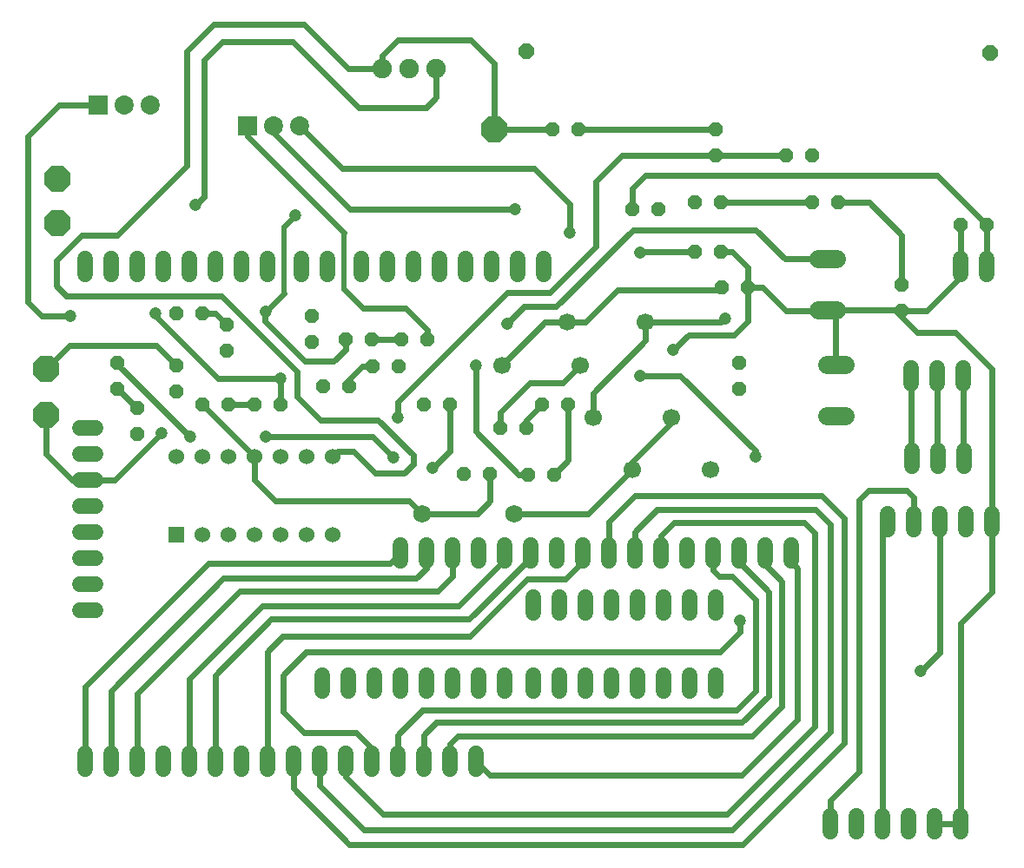
<source format=gbr>
G04 EAGLE Gerber RS-274X export*
G75*
%MOMM*%
%FSLAX34Y34*%
%LPD*%
%INBottom Copper*%
%IPPOS*%
%AMOC8*
5,1,8,0,0,1.08239X$1,22.5*%
G01*
%ADD10P,1.429621X8X112.500000*%
%ADD11P,1.429621X8X22.500000*%
%ADD12C,1.700000*%
%ADD13P,1.429621X8X292.500000*%
%ADD14P,1.429621X8X202.500000*%
%ADD15P,2.763017X8X22.500000*%
%ADD16C,1.905000*%
%ADD17R,1.524000X1.524000*%
%ADD18C,1.524000*%
%ADD19R,1.860000X1.860000*%
%ADD20C,1.860000*%
%ADD21C,1.790700*%
%ADD22C,1.524000*%
%ADD23C,1.725000*%
%ADD24P,1.649562X8X22.500000*%
%ADD25C,0.609600*%
%ADD26C,1.206400*%
%ADD27C,0.508000*%


D10*
X885190Y548640D03*
X885190Y574040D03*
D11*
X709930Y571500D03*
X735330Y571500D03*
X458470Y388874D03*
X483870Y388874D03*
X520700Y388620D03*
X546100Y388620D03*
X683260Y654050D03*
X708660Y654050D03*
X683260Y605790D03*
X708660Y605790D03*
X797560Y654050D03*
X822960Y654050D03*
X942340Y632460D03*
X967740Y632460D03*
D12*
X635254Y537210D03*
X559054Y537210D03*
X495300Y495300D03*
X571500Y495300D03*
X584200Y444500D03*
X660400Y444500D03*
X622300Y393700D03*
X698500Y393700D03*
D13*
X726694Y497586D03*
X726694Y472186D03*
D10*
X120650Y472440D03*
X120650Y497840D03*
D14*
X519430Y434340D03*
X494030Y434340D03*
D11*
X397510Y520700D03*
X422910Y520700D03*
D14*
X203200Y546100D03*
X177800Y546100D03*
D10*
X309880Y518160D03*
X309880Y543560D03*
D13*
X177800Y495300D03*
X177800Y469900D03*
D11*
X254000Y457200D03*
X279400Y457200D03*
D10*
X703580Y699770D03*
X703580Y725170D03*
D11*
X772160Y699770D03*
X797560Y699770D03*
X419100Y457200D03*
X444500Y457200D03*
X369570Y494030D03*
X394970Y494030D03*
D15*
X50800Y447040D03*
X62230Y676910D03*
X50800Y491490D03*
X62230Y633730D03*
X487680Y725170D03*
D16*
X378460Y784860D03*
X404876Y784860D03*
X431292Y784860D03*
D17*
X177800Y330200D03*
D18*
X203200Y330200D03*
X228600Y330200D03*
X254000Y330200D03*
X279400Y330200D03*
X304800Y330200D03*
X330200Y330200D03*
X330200Y406400D03*
X304800Y406400D03*
X279400Y406400D03*
X254000Y406400D03*
X228600Y406400D03*
X203200Y406400D03*
X177800Y406400D03*
D19*
X101600Y749300D03*
D20*
X127000Y749300D03*
X152400Y749300D03*
D19*
X247650Y728980D03*
D20*
X273050Y728980D03*
X298450Y728980D03*
D21*
X811975Y446170D02*
X829882Y446170D01*
X829882Y496170D02*
X811975Y496170D01*
X803847Y599040D02*
X821754Y599040D01*
X821754Y549040D02*
X803847Y549040D01*
D22*
X944880Y492760D02*
X944880Y477520D01*
X919480Y477520D02*
X919480Y492760D01*
X894080Y492760D02*
X894080Y477520D01*
X967740Y584200D02*
X967740Y599440D01*
X942340Y599440D02*
X942340Y584200D01*
X525780Y193040D02*
X525780Y177800D01*
X551180Y177800D02*
X551180Y193040D01*
X576580Y193040D02*
X576580Y177800D01*
X601980Y177800D02*
X601980Y193040D01*
X627380Y193040D02*
X627380Y177800D01*
X652780Y177800D02*
X652780Y193040D01*
X678180Y193040D02*
X678180Y177800D01*
X703580Y177800D02*
X703580Y193040D01*
X525780Y254000D02*
X525780Y269240D01*
X551180Y269240D02*
X551180Y254000D01*
X576580Y254000D02*
X576580Y269240D01*
X601980Y269240D02*
X601980Y254000D01*
X627380Y254000D02*
X627380Y269240D01*
X652780Y269240D02*
X652780Y254000D01*
X678180Y254000D02*
X678180Y269240D01*
X703580Y269240D02*
X703580Y254000D01*
X535940Y584200D02*
X535940Y599440D01*
X510540Y599440D02*
X510540Y584200D01*
X485140Y584200D02*
X485140Y599440D01*
X459740Y599440D02*
X459740Y584200D01*
X434340Y584200D02*
X434340Y599440D01*
X408940Y599440D02*
X408940Y584200D01*
X383540Y584200D02*
X383540Y599440D01*
X358140Y599440D02*
X358140Y584200D01*
X320040Y193040D02*
X320040Y177800D01*
X345440Y177800D02*
X345440Y193040D01*
X370840Y193040D02*
X370840Y177800D01*
X396240Y177800D02*
X396240Y193040D01*
X421640Y193040D02*
X421640Y177800D01*
X447040Y177800D02*
X447040Y193040D01*
X472440Y193040D02*
X472440Y177800D01*
X497840Y177800D02*
X497840Y193040D01*
X99060Y256540D02*
X83820Y256540D01*
X83820Y281940D02*
X99060Y281940D01*
X99060Y307340D02*
X83820Y307340D01*
X83820Y332740D02*
X99060Y332740D01*
X99060Y358140D02*
X83820Y358140D01*
X83820Y383540D02*
X99060Y383540D01*
X99060Y408940D02*
X83820Y408940D01*
X83820Y434340D02*
X99060Y434340D01*
X88900Y584200D02*
X88900Y599440D01*
X114300Y599440D02*
X114300Y584200D01*
X139700Y584200D02*
X139700Y599440D01*
X165100Y599440D02*
X165100Y584200D01*
X190500Y584200D02*
X190500Y599440D01*
X215900Y599440D02*
X215900Y584200D01*
X241300Y584200D02*
X241300Y599440D01*
X266700Y599440D02*
X266700Y584200D01*
X266700Y116840D02*
X266700Y101600D01*
X241300Y101600D02*
X241300Y116840D01*
X215900Y116840D02*
X215900Y101600D01*
X190500Y101600D02*
X190500Y116840D01*
X165100Y116840D02*
X165100Y101600D01*
X139700Y101600D02*
X139700Y116840D01*
X114300Y116840D02*
X114300Y101600D01*
X88900Y101600D02*
X88900Y116840D01*
X469900Y116840D02*
X469900Y101600D01*
X444500Y101600D02*
X444500Y116840D01*
X419100Y116840D02*
X419100Y101600D01*
X393700Y101600D02*
X393700Y116840D01*
X368300Y116840D02*
X368300Y101600D01*
X342900Y101600D02*
X342900Y116840D01*
X317500Y116840D02*
X317500Y101600D01*
X292100Y101600D02*
X292100Y116840D01*
X325120Y584200D02*
X325120Y599440D01*
X299720Y599440D02*
X299720Y584200D01*
X815340Y55880D02*
X815340Y40640D01*
X840740Y40640D02*
X840740Y55880D01*
X866140Y55880D02*
X866140Y40640D01*
X891540Y40640D02*
X891540Y55880D01*
X916940Y55880D02*
X916940Y40640D01*
X942340Y40640D02*
X942340Y55880D01*
X396240Y304800D02*
X396240Y320040D01*
X421640Y320040D02*
X421640Y304800D01*
X447040Y304800D02*
X447040Y320040D01*
X472440Y320040D02*
X472440Y304800D01*
X497840Y304800D02*
X497840Y320040D01*
X523240Y320040D02*
X523240Y304800D01*
X548640Y304800D02*
X548640Y320040D01*
X574040Y320040D02*
X574040Y304800D01*
X599440Y304800D02*
X599440Y320040D01*
X624840Y320040D02*
X624840Y304800D01*
X650240Y304800D02*
X650240Y320040D01*
X675640Y320040D02*
X675640Y304800D01*
X701040Y304800D02*
X701040Y320040D01*
X726440Y320040D02*
X726440Y304800D01*
X751840Y304800D02*
X751840Y320040D01*
X777240Y320040D02*
X777240Y304800D01*
X895350Y396494D02*
X895350Y411734D01*
X920750Y411734D02*
X920750Y396494D01*
X946150Y396494D02*
X946150Y411734D01*
D11*
X321310Y474980D03*
X346710Y474980D03*
D14*
X570230Y725170D03*
X544830Y725170D03*
D11*
X203200Y457200D03*
X228600Y457200D03*
D10*
X227330Y509270D03*
X227330Y534670D03*
X139700Y427990D03*
X139700Y453390D03*
D14*
X560070Y457200D03*
X534670Y457200D03*
D11*
X622300Y647700D03*
X647700Y647700D03*
X342900Y520700D03*
X368300Y520700D03*
D23*
X507280Y350520D03*
X417280Y350520D03*
D22*
X871220Y350520D02*
X871220Y335280D01*
X896620Y335280D02*
X896620Y350520D01*
X922020Y350520D02*
X922020Y335280D01*
X947420Y335280D02*
X947420Y350520D01*
X972820Y350520D02*
X972820Y335280D01*
D24*
X519176Y801370D03*
X971296Y800100D03*
D25*
X972820Y342900D02*
X972820Y274320D01*
X942340Y243840D01*
X942340Y48260D01*
X909320Y548640D02*
X885190Y548640D01*
X942340Y581660D02*
X942340Y591820D01*
X942340Y581660D02*
X909320Y548640D01*
X942340Y591820D02*
X942340Y632460D01*
X820928Y540912D02*
X812800Y549040D01*
X820928Y540912D02*
X820928Y496170D01*
X884790Y549040D02*
X885190Y548640D01*
X884790Y549040D02*
X812800Y549040D01*
X749300Y571500D02*
X735330Y571500D01*
X749300Y571500D02*
X772160Y548640D01*
X812400Y548640D01*
X812800Y549040D01*
X797560Y654050D02*
X708660Y654050D01*
X719836Y605790D02*
X735330Y590296D01*
X719836Y605790D02*
X708660Y605790D01*
X735330Y590296D02*
X735330Y571500D01*
X885190Y548640D02*
X885190Y542290D01*
X900430Y527050D01*
X937260Y527050D02*
X972820Y491490D01*
X972820Y342900D01*
X937260Y527050D02*
X900430Y527050D01*
D26*
X265430Y547370D03*
D25*
X342900Y520700D02*
X342900Y510540D01*
X331470Y499110D01*
X303530Y499110D02*
X264795Y537845D01*
X303530Y499110D02*
X331470Y499110D01*
X560070Y457200D02*
X560070Y402590D01*
X546100Y388620D01*
X274320Y363220D02*
X254000Y383540D01*
X254000Y406400D01*
X404580Y363220D02*
X417280Y350520D01*
X404580Y363220D02*
X274320Y363220D01*
X471932Y350520D02*
X483870Y362458D01*
X471932Y350520D02*
X417280Y350520D01*
X483870Y362458D02*
X483870Y388874D01*
X254000Y406400D02*
X203200Y457200D01*
X916940Y48260D02*
X942340Y48260D01*
D26*
X662706Y510012D03*
D25*
X677205Y524510D01*
X721360Y524510D02*
X735330Y538480D01*
X735330Y571500D01*
X721360Y524510D02*
X677205Y524510D01*
D26*
X294386Y641350D03*
D25*
X283464Y630428D01*
D27*
X283464Y565404D01*
D25*
X265430Y547370D01*
X264795Y546735D01*
X264795Y537845D01*
X204978Y792734D02*
X223266Y811022D01*
X204978Y792734D02*
X204978Y659130D01*
X197104Y651256D01*
D26*
X197104Y651256D03*
D25*
X223266Y811022D02*
X291846Y811022D01*
X356108Y746760D01*
X421640Y746760D02*
X431292Y756412D01*
X431292Y784860D01*
X421640Y746760D02*
X356108Y746760D01*
X743204Y627380D02*
X771544Y599040D01*
X516636Y552196D02*
X500380Y535940D01*
X516636Y552196D02*
X548197Y552196D01*
X623381Y627380D02*
X743204Y627380D01*
X623381Y627380D02*
X548197Y552196D01*
D26*
X500380Y535940D03*
D25*
X771544Y599040D02*
X812800Y599040D01*
X772160Y699770D02*
X703580Y699770D01*
D26*
X393700Y444500D03*
D25*
X393700Y459740D01*
X500380Y566420D02*
X542290Y566420D01*
X586740Y610870D01*
X586740Y674242D01*
X612268Y699770D01*
X703580Y699770D01*
X500380Y566420D02*
X393700Y459740D01*
X487680Y725170D02*
X544830Y725170D01*
X378460Y784860D02*
X378460Y797560D01*
X302260Y828040D02*
X214630Y828040D01*
X187960Y801370D02*
X187960Y689610D01*
X85598Y622300D02*
X60960Y597662D01*
X60960Y572770D01*
X221996Y562864D02*
X295910Y488950D01*
X295910Y464820D01*
X318770Y441960D01*
X374650Y441960D01*
X408940Y407670D01*
X408940Y398780D02*
X400050Y389890D01*
X372110Y389890D01*
X120650Y622300D02*
X187960Y689610D01*
X120650Y622300D02*
X85598Y622300D01*
X60960Y572770D02*
X70866Y562864D01*
X221996Y562864D01*
X408940Y407670D02*
X408940Y398780D01*
X372110Y389890D02*
X350520Y411480D01*
X335280Y411480D02*
X330200Y406400D01*
X335280Y411480D02*
X350520Y411480D01*
X187960Y801370D02*
X214630Y828040D01*
X378460Y797560D02*
X393700Y812800D01*
X464820Y812800D01*
X487680Y789940D01*
X487680Y725170D01*
X345440Y784860D02*
X302260Y828040D01*
X345440Y784860D02*
X378460Y784860D01*
X91440Y383540D02*
X76200Y383540D01*
X50800Y408940D01*
X50800Y447040D01*
X91440Y383540D02*
X118110Y383540D01*
X163830Y429260D01*
D26*
X163830Y429260D03*
D25*
X885190Y574040D02*
X885190Y622300D01*
X853440Y654050D01*
X822960Y654050D01*
X559054Y537210D02*
X537210Y537210D01*
X495300Y495300D01*
X444500Y457200D02*
X444500Y411480D01*
X427990Y394970D01*
X707390Y568960D02*
X709930Y571500D01*
X707390Y568960D02*
X608330Y568960D01*
X576580Y537210D02*
X559054Y537210D01*
X576580Y537210D02*
X608330Y568960D01*
D26*
X427990Y394970D03*
D25*
X660400Y439420D02*
X660400Y444500D01*
X622300Y401320D02*
X622300Y393700D01*
X622300Y401320D02*
X660400Y439420D01*
X622300Y647700D02*
X622300Y668020D01*
X635000Y680720D01*
X919480Y680720D02*
X967740Y632460D01*
X919480Y680720D02*
X635000Y680720D01*
D26*
X508000Y647700D03*
D25*
X347472Y647700D01*
X273050Y722122D01*
X273050Y728980D01*
X507280Y350520D02*
X579120Y350520D01*
X622300Y393700D01*
X967740Y591820D02*
X967740Y632460D01*
X177800Y495300D02*
X158750Y514350D01*
X73660Y514350D01*
X50800Y491490D01*
D26*
X157480Y546100D03*
X279400Y482600D03*
D25*
X279400Y457200D01*
X157480Y543560D02*
X157480Y546100D01*
X157480Y543560D02*
X218440Y482600D01*
X279400Y482600D01*
X554482Y478282D02*
X571500Y495300D01*
X554482Y478282D02*
X522732Y478282D01*
X494030Y449580D01*
X494030Y434340D01*
D26*
X74422Y543052D03*
D25*
X120650Y496062D02*
X191516Y425196D01*
X120650Y496062D02*
X120650Y497840D01*
X369570Y425450D02*
X389890Y405130D01*
X369570Y425450D02*
X265430Y425450D01*
D26*
X389890Y405130D03*
D25*
X101600Y749300D02*
X63500Y749300D01*
X33020Y718820D01*
X33020Y556768D01*
X46736Y543052D01*
X74422Y543052D01*
D26*
X191516Y425196D03*
X265430Y425450D03*
D25*
X635254Y519176D02*
X635254Y537210D01*
X635254Y519176D02*
X584200Y468122D01*
X584200Y444500D01*
X709060Y537210D02*
X712870Y541020D01*
X709060Y537210D02*
X635254Y537210D01*
X630936Y605536D02*
X683006Y605536D01*
X630936Y605536D02*
X630174Y604774D01*
X683006Y605536D02*
X683260Y605790D01*
D26*
X630174Y604774D03*
X561340Y624840D03*
D25*
X526790Y687330D02*
X340100Y687330D01*
X561340Y652780D02*
X561340Y624840D01*
X561340Y652780D02*
X526790Y687330D01*
X340100Y687330D02*
X298450Y728980D01*
D26*
X712870Y541020D03*
D27*
X341630Y569468D02*
X341630Y624078D01*
D25*
X359918Y551180D02*
X401320Y551180D01*
X359918Y551180D02*
X341630Y569468D01*
X422910Y529590D02*
X422910Y520700D01*
X422910Y529590D02*
X401320Y551180D01*
D26*
X469900Y495300D03*
D25*
X469900Y430530D01*
X511810Y388620D01*
X520700Y388620D01*
X341630Y624078D02*
X247650Y718058D01*
X247650Y728980D01*
X396240Y312420D02*
X386080Y302260D01*
X209550Y302260D01*
X88900Y181610D01*
X88900Y109220D01*
X421640Y297180D02*
X421640Y312420D01*
X421640Y297180D02*
X411988Y287528D01*
X224028Y287528D01*
X114300Y177800D01*
X114300Y109220D01*
X139700Y109220D02*
X139700Y175260D01*
X447040Y289560D02*
X447040Y312420D01*
X447040Y289560D02*
X432562Y275082D01*
X239522Y275082D02*
X139700Y175260D01*
X239522Y275082D02*
X432562Y275082D01*
X497840Y305054D02*
X497840Y312420D01*
X497840Y305054D02*
X453390Y260604D01*
X261874Y260604D01*
X190500Y189230D01*
X190500Y109220D01*
X523240Y307086D02*
X523240Y312420D01*
X523240Y307086D02*
X463804Y247650D01*
X270510Y247650D01*
X215900Y193040D01*
X215900Y109220D01*
X574040Y303530D02*
X574040Y312420D01*
X574040Y303530D02*
X557276Y286766D01*
X464058Y230886D02*
X281686Y230886D01*
X266700Y215900D01*
X266700Y109220D01*
X519938Y286766D02*
X557276Y286766D01*
X519938Y286766D02*
X464058Y230886D01*
X599440Y342392D02*
X624840Y367792D01*
X599440Y342392D02*
X599440Y312420D01*
X807466Y367792D02*
X829310Y345948D01*
X829310Y127000D02*
X730250Y27940D01*
X346710Y27940D01*
X292100Y82550D01*
X292100Y109220D01*
X624840Y367792D02*
X807466Y367792D01*
X829310Y345948D02*
X829310Y127000D01*
X624840Y332740D02*
X646176Y354076D01*
X624840Y332740D02*
X624840Y312420D01*
X646176Y354076D02*
X800862Y354076D01*
X815340Y339598D01*
X815340Y137414D01*
X317500Y109220D02*
X317500Y85090D01*
X719836Y41910D02*
X815340Y137414D01*
X719836Y41910D02*
X360680Y41910D01*
X317500Y85090D01*
X650240Y312420D02*
X650240Y328676D01*
X663194Y341630D01*
X789940Y341630D01*
X800100Y331470D01*
X714756Y57150D02*
X379730Y57150D01*
X342900Y93980D01*
X342900Y109220D01*
X800100Y142494D02*
X800100Y331470D01*
X800100Y142494D02*
X714756Y57150D01*
D26*
X727520Y245872D03*
D25*
X727520Y234760D01*
X707898Y215138D01*
X304038Y215138D02*
X281940Y193040D01*
X281940Y157480D01*
X302260Y137160D02*
X353060Y137160D01*
X368300Y121920D01*
X368300Y109220D01*
X304038Y215138D02*
X707898Y215138D01*
X302260Y137160D02*
X281940Y157480D01*
X742950Y177800D02*
X742950Y265938D01*
X742950Y177800D02*
X723900Y158750D01*
X393700Y134620D02*
X393700Y109220D01*
X417830Y158750D02*
X723900Y158750D01*
X417830Y158750D02*
X393700Y134620D01*
X719836Y289052D02*
X742950Y265938D01*
X719836Y289052D02*
X707390Y289052D01*
X701040Y295402D01*
X701040Y312420D01*
X726440Y303530D02*
X755650Y274320D01*
X726440Y303530D02*
X726440Y312420D01*
X729488Y146558D02*
X431038Y146558D01*
X419100Y134620D01*
X419100Y109220D01*
X755650Y172720D02*
X755650Y274320D01*
X755650Y172720D02*
X729488Y146558D01*
X768350Y284480D02*
X751840Y300990D01*
X751840Y312420D01*
X768350Y162560D02*
X739458Y133668D01*
X768350Y162560D02*
X768350Y284480D01*
X739458Y133668D02*
X452438Y133668D01*
X444500Y125730D01*
X444500Y109220D01*
X729234Y95250D02*
X783590Y149606D01*
X729234Y95250D02*
X483870Y95250D01*
X469900Y109220D01*
X777240Y303276D02*
X777240Y312420D01*
X777240Y303276D02*
X783590Y296926D01*
X783590Y149606D01*
X895350Y404114D02*
X894080Y405384D01*
X894080Y485140D01*
X919480Y485140D02*
X919480Y405384D01*
X920750Y404114D01*
X944880Y405384D02*
X944880Y485140D01*
X944880Y405384D02*
X946150Y404114D01*
X703580Y725170D02*
X570230Y725170D01*
X227330Y534670D02*
X215900Y546100D01*
X203200Y546100D01*
X228600Y457200D02*
X254000Y457200D01*
X139700Y453390D02*
X120650Y472440D01*
X519430Y441960D02*
X534670Y457200D01*
X519430Y441960D02*
X519430Y434340D01*
X397510Y520700D02*
X368300Y520700D01*
X369570Y494030D02*
X359410Y494030D01*
X346710Y481330D01*
X346710Y474980D01*
X896620Y366268D02*
X896620Y342900D01*
X896620Y366268D02*
X889762Y373126D01*
X852932Y373126D01*
X843280Y363474D01*
X843280Y99060D01*
X815340Y71120D01*
X815340Y48260D01*
X866140Y337820D02*
X871220Y342900D01*
X866140Y337820D02*
X866140Y48260D01*
D26*
X629920Y485140D03*
D25*
X669290Y485140D01*
D26*
X742442Y405892D03*
D25*
X742442Y411988D02*
X669290Y485140D01*
X742442Y411988D02*
X742442Y405892D01*
X922020Y214630D02*
X903986Y196596D01*
X922020Y214630D02*
X922020Y342900D01*
D26*
X903986Y196596D03*
M02*

</source>
